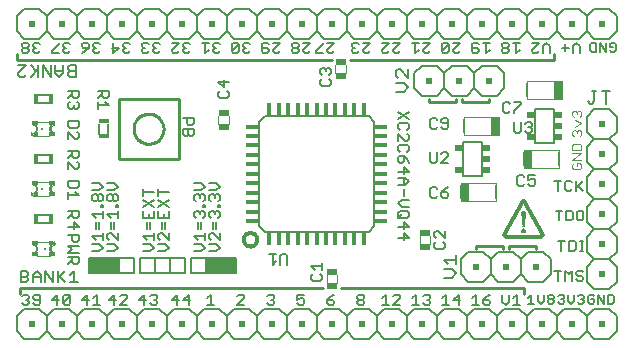
<source format=gto>
G75*
G70*
%OFA0B0*%
%FSLAX24Y24*%
%IPPOS*%
%LPD*%
%AMOC8*
5,1,8,0,0,1.08239X$1,22.5*
%
%ADD10C,0.0050*%
%ADD11C,0.0040*%
%ADD12C,0.0100*%
%ADD13C,0.0070*%
%ADD14C,0.0080*%
%ADD15R,0.1000X0.0500*%
%ADD16C,0.0120*%
%ADD17R,0.0157X0.0472*%
%ADD18R,0.0472X0.0157*%
%ADD19C,0.0079*%
%ADD20C,0.0060*%
%ADD21R,0.0200X0.0200*%
%ADD22R,0.0374X0.0197*%
%ADD23R,0.0374X0.0197*%
%ADD24R,0.0079X0.0472*%
%ADD25R,0.0256X0.0591*%
%ADD26C,0.0086*%
%ADD27R,0.0340X0.0160*%
%ADD28R,0.0197X0.0128*%
%ADD29R,0.0098X0.0059*%
%ADD30R,0.0069X0.0157*%
%ADD31R,0.0079X0.0079*%
%ADD32R,0.0118X0.0118*%
%ADD33R,0.0030X0.0128*%
%ADD34R,0.0160X0.0340*%
%ADD35R,0.0256X0.0197*%
D10*
X003418Y001786D02*
X003359Y001845D01*
X003418Y001786D02*
X003534Y001786D01*
X003593Y001845D01*
X003593Y001903D01*
X003534Y001961D01*
X003476Y001961D01*
X003534Y001961D02*
X003593Y002020D01*
X003593Y002078D01*
X003534Y002137D01*
X003418Y002137D01*
X003359Y002078D01*
X003728Y002078D02*
X003786Y002137D01*
X003903Y002137D01*
X003961Y002078D01*
X003961Y001845D01*
X003903Y001786D01*
X003786Y001786D01*
X003728Y001845D01*
X003786Y001961D02*
X003961Y001961D01*
X003786Y001961D02*
X003728Y002020D01*
X003728Y002078D01*
X004359Y001961D02*
X004593Y001961D01*
X004728Y001845D02*
X004728Y002078D01*
X004786Y002137D01*
X004903Y002137D01*
X004961Y002078D01*
X004728Y001845D01*
X004786Y001786D01*
X004903Y001786D01*
X004961Y001845D01*
X004961Y002078D01*
X004534Y002137D02*
X004359Y001961D01*
X004534Y001786D02*
X004534Y002137D01*
X005359Y001961D02*
X005593Y001961D01*
X005728Y002020D02*
X005844Y002137D01*
X005844Y001786D01*
X005728Y001786D02*
X005961Y001786D01*
X006434Y001786D02*
X006434Y002137D01*
X006259Y001961D01*
X006493Y001961D01*
X006628Y002078D02*
X006686Y002137D01*
X006803Y002137D01*
X006861Y002078D01*
X006861Y002020D01*
X006628Y001786D01*
X006861Y001786D01*
X007259Y001961D02*
X007493Y001961D01*
X007628Y001845D02*
X007686Y001786D01*
X007803Y001786D01*
X007861Y001845D01*
X007861Y001903D01*
X007803Y001961D01*
X007744Y001961D01*
X007803Y001961D02*
X007861Y002020D01*
X007861Y002078D01*
X007803Y002137D01*
X007686Y002137D01*
X007628Y002078D01*
X007434Y002137D02*
X007259Y001961D01*
X007434Y001786D02*
X007434Y002137D01*
X008359Y001961D02*
X008593Y001961D01*
X008728Y001961D02*
X008961Y001961D01*
X008903Y001786D02*
X008903Y002137D01*
X008728Y001961D01*
X008534Y001786D02*
X008534Y002137D01*
X008359Y001961D01*
X009528Y002020D02*
X009644Y002137D01*
X009644Y001786D01*
X009528Y001786D02*
X009761Y001786D01*
X010528Y001786D02*
X010761Y002020D01*
X010761Y002078D01*
X010703Y002137D01*
X010586Y002137D01*
X010528Y002078D01*
X010528Y001786D02*
X010761Y001786D01*
X011528Y001845D02*
X011586Y001786D01*
X011703Y001786D01*
X011761Y001845D01*
X011761Y001903D01*
X011703Y001961D01*
X011644Y001961D01*
X011703Y001961D02*
X011761Y002020D01*
X011761Y002078D01*
X011703Y002137D01*
X011586Y002137D01*
X011528Y002078D01*
X012528Y002137D02*
X012528Y001961D01*
X012644Y002020D01*
X012703Y002020D01*
X012761Y001961D01*
X012761Y001845D01*
X012703Y001786D01*
X012586Y001786D01*
X012528Y001845D01*
X012528Y002137D02*
X012761Y002137D01*
X013054Y002586D02*
X013288Y002586D01*
X013346Y002645D01*
X013346Y002761D01*
X013288Y002820D01*
X013346Y002955D02*
X013346Y003188D01*
X013346Y003071D02*
X012996Y003071D01*
X013112Y002955D01*
X013054Y002820D02*
X012996Y002761D01*
X012996Y002645D01*
X013054Y002586D01*
X013644Y002078D02*
X013761Y002137D01*
X013644Y002078D02*
X013528Y001961D01*
X013703Y001961D01*
X013761Y001903D01*
X013761Y001845D01*
X013703Y001786D01*
X013586Y001786D01*
X013528Y001845D01*
X013528Y001961D01*
X014528Y001903D02*
X014586Y001961D01*
X014703Y001961D01*
X014761Y001903D01*
X014761Y001845D01*
X014703Y001786D01*
X014586Y001786D01*
X014528Y001845D01*
X014528Y001903D01*
X014586Y001961D02*
X014528Y002020D01*
X014528Y002078D01*
X014586Y002137D01*
X014703Y002137D01*
X014761Y002078D01*
X014761Y002020D01*
X014703Y001961D01*
X015359Y002020D02*
X015476Y002137D01*
X015476Y001786D01*
X015359Y001786D02*
X015593Y001786D01*
X015728Y001786D02*
X015961Y002020D01*
X015961Y002078D01*
X015903Y002137D01*
X015786Y002137D01*
X015728Y002078D01*
X015728Y001786D02*
X015961Y001786D01*
X016359Y001786D02*
X016593Y001786D01*
X016476Y001786D02*
X016476Y002137D01*
X016359Y002020D01*
X016728Y002078D02*
X016786Y002137D01*
X016903Y002137D01*
X016961Y002078D01*
X016961Y002020D01*
X016903Y001961D01*
X016961Y001903D01*
X016961Y001845D01*
X016903Y001786D01*
X016786Y001786D01*
X016728Y001845D01*
X016844Y001961D02*
X016903Y001961D01*
X017359Y002020D02*
X017476Y002137D01*
X017476Y001786D01*
X017359Y001786D02*
X017593Y001786D01*
X017728Y001961D02*
X017961Y001961D01*
X017903Y001786D02*
X017903Y002137D01*
X017728Y001961D01*
X018359Y002020D02*
X018476Y002137D01*
X018476Y001786D01*
X018359Y001786D02*
X018593Y001786D01*
X018728Y001845D02*
X018786Y001786D01*
X018903Y001786D01*
X018961Y001845D01*
X018961Y001903D01*
X018903Y001961D01*
X018728Y001961D01*
X018728Y001845D01*
X018728Y001961D02*
X018844Y002078D01*
X018961Y002137D01*
X019359Y002137D02*
X019359Y001903D01*
X019476Y001786D01*
X019593Y001903D01*
X019593Y002137D01*
X019728Y002020D02*
X019844Y002137D01*
X019844Y001786D01*
X019728Y001786D02*
X019961Y001786D01*
X020229Y001836D02*
X020429Y001836D01*
X020329Y001836D02*
X020329Y002136D01*
X020229Y002036D01*
X020551Y001936D02*
X020651Y001836D01*
X020751Y001936D01*
X020751Y002136D01*
X020874Y002086D02*
X020924Y002136D01*
X021024Y002136D01*
X021074Y002086D01*
X021074Y002036D01*
X021024Y001986D01*
X020924Y001986D01*
X020874Y002036D01*
X020874Y002086D01*
X020924Y001986D02*
X020874Y001936D01*
X020874Y001886D01*
X020924Y001836D01*
X021024Y001836D01*
X021074Y001886D01*
X021074Y001936D01*
X021024Y001986D01*
X021229Y001886D02*
X021279Y001836D01*
X021379Y001836D01*
X021429Y001886D01*
X021429Y001936D01*
X021379Y001986D01*
X021329Y001986D01*
X021379Y001986D02*
X021429Y002036D01*
X021429Y002086D01*
X021379Y002136D01*
X021279Y002136D01*
X021229Y002086D01*
X021551Y002136D02*
X021551Y001936D01*
X021651Y001836D01*
X021751Y001936D01*
X021751Y002136D01*
X021874Y002086D02*
X021924Y002136D01*
X022024Y002136D01*
X022074Y002086D01*
X022074Y002036D01*
X022024Y001986D01*
X022074Y001936D01*
X022074Y001886D01*
X022024Y001836D01*
X021924Y001836D01*
X021874Y001886D01*
X021974Y001986D02*
X022024Y001986D01*
X022229Y001886D02*
X022279Y001836D01*
X022379Y001836D01*
X022429Y001886D01*
X022429Y001986D01*
X022329Y001986D01*
X022229Y002086D02*
X022229Y001886D01*
X022229Y002086D02*
X022279Y002136D01*
X022379Y002136D01*
X022429Y002086D01*
X022551Y002136D02*
X022551Y001836D01*
X022751Y001836D02*
X022751Y002136D01*
X022874Y002136D02*
X023024Y002136D01*
X023074Y002086D01*
X023074Y001886D01*
X023024Y001836D01*
X022874Y001836D01*
X022874Y002136D01*
X022551Y002136D02*
X022751Y001836D01*
X022003Y002586D02*
X021886Y002586D01*
X021828Y002645D01*
X021886Y002761D02*
X022003Y002761D01*
X022061Y002703D01*
X022061Y002645D01*
X022003Y002586D01*
X021886Y002761D02*
X021828Y002820D01*
X021828Y002878D01*
X021886Y002937D01*
X022003Y002937D01*
X022061Y002878D01*
X021693Y002937D02*
X021693Y002586D01*
X021459Y002586D02*
X021459Y002937D01*
X021576Y002820D01*
X021693Y002937D01*
X021324Y002937D02*
X021091Y002937D01*
X021208Y002937D02*
X021208Y002586D01*
X020551Y002136D02*
X020551Y001936D01*
X021330Y003586D02*
X021330Y003937D01*
X021214Y003937D02*
X021447Y003937D01*
X021582Y003937D02*
X021757Y003937D01*
X021816Y003878D01*
X021816Y003645D01*
X021757Y003586D01*
X021582Y003586D01*
X021582Y003937D01*
X021950Y003937D02*
X022067Y003937D01*
X022009Y003937D02*
X022009Y003586D01*
X022067Y003586D02*
X021950Y003586D01*
X021901Y004606D02*
X022011Y004606D01*
X022066Y004661D01*
X022066Y004881D01*
X022011Y004937D01*
X021901Y004937D01*
X021846Y004881D01*
X021846Y004661D01*
X021901Y004606D01*
X021716Y004661D02*
X021716Y004881D01*
X021661Y004937D01*
X021496Y004937D01*
X021496Y004606D01*
X021661Y004606D01*
X021716Y004661D01*
X021366Y004937D02*
X021146Y004937D01*
X021256Y004937D02*
X021256Y004606D01*
X020106Y004724D02*
X020036Y004724D01*
X020041Y004676D02*
X020101Y004676D01*
X020095Y004627D02*
X020047Y004627D01*
X020052Y004579D02*
X020090Y004579D01*
X020084Y004530D02*
X020057Y004530D01*
X020063Y004482D02*
X020079Y004482D01*
X020074Y004433D02*
X020068Y004433D01*
X020071Y004409D02*
X020120Y004852D01*
X020022Y004852D01*
X020071Y004409D01*
X020022Y004261D02*
X020024Y004274D01*
X020029Y004286D01*
X020038Y004297D01*
X020048Y004305D01*
X020061Y004309D01*
X020074Y004310D01*
X020087Y004307D01*
X020099Y004301D01*
X020109Y004292D01*
X020116Y004281D01*
X020120Y004268D01*
X020120Y004254D01*
X020116Y004241D01*
X020109Y004230D01*
X020099Y004221D01*
X020087Y004215D01*
X020074Y004212D01*
X020061Y004213D01*
X020048Y004217D01*
X020038Y004225D01*
X020029Y004236D01*
X020024Y004248D01*
X020022Y004261D01*
X020030Y004773D02*
X020111Y004773D01*
X020117Y004821D02*
X020025Y004821D01*
X020022Y004852D02*
X020024Y004865D01*
X020029Y004876D01*
X020036Y004887D01*
X020047Y004894D01*
X020058Y004899D01*
X020071Y004901D01*
X020084Y004899D01*
X020096Y004894D01*
X020106Y004887D01*
X020113Y004876D01*
X020118Y004865D01*
X020120Y004852D01*
X021208Y005586D02*
X021208Y005937D01*
X021324Y005937D02*
X021091Y005937D01*
X021459Y005878D02*
X021459Y005645D01*
X021518Y005586D01*
X021634Y005586D01*
X021693Y005645D01*
X021828Y005703D02*
X022061Y005937D01*
X021828Y005937D02*
X021828Y005586D01*
X021886Y005761D02*
X022061Y005586D01*
X021693Y005878D02*
X021634Y005937D01*
X021518Y005937D01*
X021459Y005878D01*
X020468Y005828D02*
X020409Y005770D01*
X020293Y005770D01*
X020234Y005828D01*
X020234Y005945D02*
X020351Y006004D01*
X020409Y006004D01*
X020468Y005945D01*
X020468Y005828D01*
X020234Y005945D02*
X020234Y006120D01*
X020468Y006120D01*
X020099Y006062D02*
X020041Y006120D01*
X019924Y006120D01*
X019866Y006062D01*
X019866Y005828D01*
X019924Y005770D01*
X020041Y005770D01*
X020099Y005828D01*
X017568Y005720D02*
X017451Y005662D01*
X017334Y005545D01*
X017509Y005545D01*
X017568Y005487D01*
X017568Y005428D01*
X017509Y005370D01*
X017393Y005370D01*
X017334Y005428D01*
X017334Y005545D01*
X017199Y005428D02*
X017141Y005370D01*
X017024Y005370D01*
X016966Y005428D01*
X016966Y005662D01*
X017024Y005720D01*
X017141Y005720D01*
X017199Y005662D01*
X016246Y005910D02*
X016129Y005793D01*
X015896Y005793D01*
X016071Y005793D02*
X016071Y006026D01*
X016129Y006026D02*
X016246Y005910D01*
X016129Y006026D02*
X015896Y006026D01*
X015896Y006220D02*
X016246Y006220D01*
X016071Y006395D01*
X016071Y006161D01*
X016013Y006530D02*
X015954Y006530D01*
X015896Y006588D01*
X015896Y006705D01*
X015954Y006763D01*
X016071Y006763D01*
X016071Y006588D01*
X016013Y006530D01*
X016188Y006646D02*
X016071Y006763D01*
X016188Y006646D02*
X016246Y006530D01*
X016188Y006898D02*
X016246Y006956D01*
X016246Y007073D01*
X016188Y007131D01*
X015954Y007131D01*
X015896Y007073D01*
X015896Y006956D01*
X015954Y006898D01*
X015896Y007266D02*
X015896Y007500D01*
X016129Y007266D01*
X016188Y007266D01*
X016246Y007325D01*
X016246Y007441D01*
X016188Y007500D01*
X016188Y007634D02*
X016246Y007693D01*
X016246Y007810D01*
X016188Y007868D01*
X015954Y007868D01*
X015896Y007810D01*
X015896Y007693D01*
X015954Y007634D01*
X015896Y008003D02*
X016246Y008236D01*
X016246Y008003D02*
X015896Y008236D01*
X016966Y007962D02*
X016966Y007728D01*
X017024Y007670D01*
X017141Y007670D01*
X017199Y007728D01*
X017334Y007728D02*
X017393Y007670D01*
X017509Y007670D01*
X017568Y007728D01*
X017568Y007962D01*
X017509Y008020D01*
X017393Y008020D01*
X017334Y007962D01*
X017334Y007904D01*
X017393Y007845D01*
X017568Y007845D01*
X017199Y007962D02*
X017141Y008020D01*
X017024Y008020D01*
X016966Y007962D01*
X016946Y006887D02*
X016946Y006595D01*
X017004Y006536D01*
X017121Y006536D01*
X017179Y006595D01*
X017179Y006887D01*
X017314Y006828D02*
X017373Y006887D01*
X017489Y006887D01*
X017548Y006828D01*
X017548Y006770D01*
X017314Y006536D01*
X017548Y006536D01*
X016071Y005658D02*
X016071Y005425D01*
X016013Y005290D02*
X015896Y005173D01*
X016013Y005056D01*
X016246Y005056D01*
X016188Y004921D02*
X016246Y004863D01*
X016246Y004746D01*
X016188Y004688D01*
X015954Y004688D01*
X015896Y004746D01*
X015896Y004863D01*
X015954Y004921D01*
X016188Y004921D01*
X016013Y004805D02*
X015896Y004688D01*
X016071Y004553D02*
X016071Y004320D01*
X016071Y004185D02*
X016071Y003951D01*
X015896Y004010D02*
X016246Y004010D01*
X016071Y004185D01*
X015896Y004378D02*
X016246Y004378D01*
X016071Y004553D01*
X017096Y004193D02*
X017096Y004076D01*
X017154Y004018D01*
X017154Y003883D02*
X017096Y003825D01*
X017096Y003708D01*
X017154Y003650D01*
X017388Y003650D01*
X017446Y003708D01*
X017446Y003825D01*
X017388Y003883D01*
X017446Y004018D02*
X017212Y004251D01*
X017154Y004251D01*
X017096Y004193D01*
X017446Y004251D02*
X017446Y004018D01*
X016246Y005290D02*
X016013Y005290D01*
X012196Y003418D02*
X012196Y003126D01*
X011962Y003126D02*
X011962Y003418D01*
X012021Y003476D01*
X012138Y003476D01*
X012196Y003418D01*
X011828Y003476D02*
X011594Y003476D01*
X011711Y003476D02*
X011711Y003126D01*
X011828Y003243D01*
X009946Y003703D02*
X009829Y003586D01*
X009596Y003586D01*
X009446Y003703D02*
X009329Y003820D01*
X009096Y003820D01*
X009212Y003955D02*
X009096Y004071D01*
X009446Y004071D01*
X009446Y003955D02*
X009446Y004188D01*
X009596Y004130D02*
X009596Y004013D01*
X009654Y003955D01*
X009596Y003820D02*
X009829Y003820D01*
X009946Y003703D01*
X009946Y003955D02*
X009712Y004188D01*
X009654Y004188D01*
X009596Y004130D01*
X009712Y004323D02*
X009712Y004556D01*
X009829Y004556D02*
X009829Y004323D01*
X009946Y004188D02*
X009946Y003955D01*
X009446Y003703D02*
X009329Y003586D01*
X009096Y003586D01*
X008246Y003703D02*
X008129Y003586D01*
X007896Y003586D01*
X007746Y003703D02*
X007629Y003820D01*
X007396Y003820D01*
X007512Y003955D02*
X007396Y004071D01*
X007746Y004071D01*
X007746Y003955D02*
X007746Y004188D01*
X007896Y004130D02*
X007896Y004013D01*
X007954Y003955D01*
X007896Y003820D02*
X008129Y003820D01*
X008246Y003703D01*
X008246Y003955D02*
X008012Y004188D01*
X007954Y004188D01*
X007896Y004130D01*
X008012Y004323D02*
X008012Y004556D01*
X008129Y004556D02*
X008129Y004323D01*
X008246Y004188D02*
X008246Y003955D01*
X007746Y003703D02*
X007629Y003586D01*
X007396Y003586D01*
X006546Y003703D02*
X006429Y003820D01*
X006196Y003820D01*
X006254Y003955D02*
X006196Y004013D01*
X006196Y004130D01*
X006254Y004188D01*
X006312Y004188D01*
X006546Y003955D01*
X006546Y004188D01*
X006429Y004323D02*
X006429Y004556D01*
X006312Y004556D02*
X006312Y004323D01*
X006046Y004188D02*
X006046Y003955D01*
X006046Y004071D02*
X005696Y004071D01*
X005812Y003955D01*
X005696Y003820D02*
X005929Y003820D01*
X006046Y003703D01*
X005929Y003586D01*
X005696Y003586D01*
X005246Y003534D02*
X004896Y003534D01*
X005013Y003651D01*
X004896Y003768D01*
X005246Y003768D01*
X005188Y003903D02*
X005071Y003903D01*
X005013Y003961D01*
X005013Y004136D01*
X004896Y004136D02*
X005246Y004136D01*
X005246Y003961D01*
X005188Y003903D01*
X005071Y004334D02*
X005071Y004568D01*
X005246Y004393D01*
X004896Y004393D01*
X004896Y004703D02*
X005013Y004820D01*
X005013Y004761D02*
X005013Y004936D01*
X004896Y004936D02*
X005246Y004936D01*
X005246Y004761D01*
X005188Y004703D01*
X005071Y004703D01*
X005013Y004761D01*
X005696Y004808D02*
X006046Y004808D01*
X006046Y004691D02*
X006046Y004925D01*
X006046Y005059D02*
X006046Y005118D01*
X005988Y005118D01*
X005988Y005059D01*
X006046Y005059D01*
X005988Y005244D02*
X005929Y005244D01*
X005871Y005302D01*
X005871Y005419D01*
X005929Y005477D01*
X005988Y005477D01*
X006046Y005419D01*
X006046Y005302D01*
X005988Y005244D01*
X005871Y005302D02*
X005812Y005244D01*
X005754Y005244D01*
X005696Y005302D01*
X005696Y005419D01*
X005754Y005477D01*
X005812Y005477D01*
X005871Y005419D01*
X006196Y005419D02*
X006196Y005302D01*
X006254Y005244D01*
X006312Y005244D01*
X006371Y005302D01*
X006371Y005419D01*
X006429Y005477D01*
X006488Y005477D01*
X006546Y005419D01*
X006546Y005302D01*
X006488Y005244D01*
X006429Y005244D01*
X006371Y005302D01*
X006371Y005419D02*
X006312Y005477D01*
X006254Y005477D01*
X006196Y005419D01*
X006196Y005612D02*
X006429Y005612D01*
X006546Y005729D01*
X006429Y005845D01*
X006196Y005845D01*
X006046Y005729D02*
X005929Y005612D01*
X005696Y005612D01*
X005696Y005845D02*
X005929Y005845D01*
X006046Y005729D01*
X005246Y005761D02*
X005246Y005936D01*
X004896Y005936D01*
X004896Y005761D01*
X004954Y005703D01*
X005188Y005703D01*
X005246Y005761D01*
X005129Y005568D02*
X005246Y005451D01*
X004896Y005451D01*
X004896Y005568D02*
X004896Y005334D01*
X005696Y004808D02*
X005812Y004691D01*
X005812Y004556D02*
X005812Y004323D01*
X005929Y004323D02*
X005929Y004556D01*
X006196Y004808D02*
X006546Y004808D01*
X006546Y004691D02*
X006546Y004925D01*
X006546Y005059D02*
X006546Y005118D01*
X006488Y005118D01*
X006488Y005059D01*
X006546Y005059D01*
X006196Y004808D02*
X006312Y004691D01*
X007396Y004691D02*
X007746Y004691D01*
X007746Y004925D01*
X007746Y005059D02*
X007396Y005293D01*
X007396Y005428D02*
X007396Y005661D01*
X007396Y005545D02*
X007746Y005545D01*
X007896Y005545D02*
X008246Y005545D01*
X007896Y005661D02*
X007896Y005428D01*
X007896Y005293D02*
X008246Y005059D01*
X008246Y004925D02*
X008246Y004691D01*
X007896Y004691D01*
X007896Y004925D01*
X007896Y005059D02*
X008246Y005293D01*
X007746Y005293D02*
X007396Y005059D01*
X007396Y004925D02*
X007396Y004691D01*
X007571Y004691D02*
X007571Y004808D01*
X007629Y004556D02*
X007629Y004323D01*
X007512Y004323D02*
X007512Y004556D01*
X008071Y004691D02*
X008071Y004808D01*
X009096Y004750D02*
X009096Y004866D01*
X009154Y004925D01*
X009212Y004925D01*
X009271Y004866D01*
X009329Y004925D01*
X009388Y004925D01*
X009446Y004866D01*
X009446Y004750D01*
X009388Y004691D01*
X009329Y004556D02*
X009329Y004323D01*
X009212Y004323D02*
X009212Y004556D01*
X009154Y004691D02*
X009096Y004750D01*
X009271Y004808D02*
X009271Y004866D01*
X009388Y005059D02*
X009388Y005118D01*
X009446Y005118D01*
X009446Y005059D01*
X009388Y005059D01*
X009388Y005244D02*
X009446Y005302D01*
X009446Y005419D01*
X009388Y005477D01*
X009329Y005477D01*
X009271Y005419D01*
X009271Y005360D01*
X009271Y005419D02*
X009212Y005477D01*
X009154Y005477D01*
X009096Y005419D01*
X009096Y005302D01*
X009154Y005244D01*
X009596Y005302D02*
X009596Y005419D01*
X009654Y005477D01*
X009712Y005477D01*
X009771Y005419D01*
X009829Y005477D01*
X009888Y005477D01*
X009946Y005419D01*
X009946Y005302D01*
X009888Y005244D01*
X009888Y005118D02*
X009946Y005118D01*
X009946Y005059D01*
X009888Y005059D01*
X009888Y005118D01*
X009888Y004925D02*
X009946Y004866D01*
X009946Y004750D01*
X009888Y004691D01*
X009771Y004808D02*
X009771Y004866D01*
X009829Y004925D01*
X009888Y004925D01*
X009771Y004866D02*
X009712Y004925D01*
X009654Y004925D01*
X009596Y004866D01*
X009596Y004750D01*
X009654Y004691D01*
X009654Y005244D02*
X009596Y005302D01*
X009771Y005360D02*
X009771Y005419D01*
X009829Y005612D02*
X009596Y005612D01*
X009446Y005729D02*
X009329Y005845D01*
X009096Y005845D01*
X009096Y005612D02*
X009329Y005612D01*
X009446Y005729D01*
X009596Y005845D02*
X009829Y005845D01*
X009946Y005729D01*
X009829Y005612D01*
X009013Y007434D02*
X008954Y007434D01*
X008896Y007493D01*
X008896Y007668D01*
X008896Y007803D02*
X008838Y007861D01*
X008838Y008036D01*
X008721Y008036D02*
X009071Y008036D01*
X009071Y007861D01*
X009013Y007803D01*
X008896Y007803D01*
X008721Y007668D02*
X008721Y007493D01*
X008779Y007434D01*
X008838Y007434D01*
X008896Y007493D01*
X009013Y007434D02*
X009071Y007493D01*
X009071Y007668D01*
X008721Y007668D01*
X009896Y008745D02*
X009954Y008686D01*
X010188Y008686D01*
X010246Y008745D01*
X010246Y008861D01*
X010188Y008920D01*
X010071Y009055D02*
X010071Y009288D01*
X010246Y009230D02*
X009896Y009230D01*
X010071Y009055D01*
X009954Y008920D02*
X009896Y008861D01*
X009896Y008745D01*
X009888Y010186D02*
X009771Y010186D01*
X009712Y010244D01*
X009712Y010303D01*
X009771Y010361D01*
X009712Y010420D01*
X009712Y010478D01*
X009771Y010536D01*
X009888Y010536D01*
X009946Y010478D01*
X009829Y010361D02*
X009771Y010361D01*
X009578Y010303D02*
X009461Y010186D01*
X009461Y010536D01*
X009578Y010536D02*
X009344Y010536D01*
X008946Y010478D02*
X008888Y010536D01*
X008771Y010536D01*
X008712Y010478D01*
X008712Y010420D01*
X008771Y010361D01*
X008829Y010361D01*
X008771Y010361D02*
X008712Y010303D01*
X008712Y010244D01*
X008771Y010186D01*
X008888Y010186D01*
X008946Y010244D01*
X008578Y010244D02*
X008519Y010186D01*
X008402Y010186D01*
X008344Y010244D01*
X008344Y010303D01*
X008578Y010536D01*
X008344Y010536D01*
X007946Y010478D02*
X007888Y010536D01*
X007771Y010536D01*
X007712Y010478D01*
X007712Y010420D01*
X007771Y010361D01*
X007829Y010361D01*
X007771Y010361D02*
X007712Y010303D01*
X007712Y010244D01*
X007771Y010186D01*
X007888Y010186D01*
X007946Y010244D01*
X007578Y010244D02*
X007519Y010186D01*
X007402Y010186D01*
X007344Y010244D01*
X007344Y010303D01*
X007402Y010361D01*
X007344Y010420D01*
X007344Y010478D01*
X007402Y010536D01*
X007519Y010536D01*
X007578Y010478D01*
X007461Y010361D02*
X007402Y010361D01*
X006946Y010244D02*
X006888Y010186D01*
X006771Y010186D01*
X006712Y010244D01*
X006712Y010303D01*
X006771Y010361D01*
X006712Y010420D01*
X006712Y010478D01*
X006771Y010536D01*
X006888Y010536D01*
X006946Y010478D01*
X006829Y010361D02*
X006771Y010361D01*
X006578Y010361D02*
X006344Y010361D01*
X006402Y010536D02*
X006402Y010186D01*
X006578Y010361D01*
X005946Y010244D02*
X005888Y010186D01*
X005771Y010186D01*
X005712Y010244D01*
X005712Y010303D01*
X005771Y010361D01*
X005712Y010420D01*
X005712Y010478D01*
X005771Y010536D01*
X005888Y010536D01*
X005946Y010478D01*
X005829Y010361D02*
X005771Y010361D01*
X005578Y010361D02*
X005402Y010361D01*
X005344Y010420D01*
X005344Y010478D01*
X005402Y010536D01*
X005519Y010536D01*
X005578Y010478D01*
X005578Y010361D01*
X005461Y010244D01*
X005344Y010186D01*
X004946Y010244D02*
X004888Y010186D01*
X004771Y010186D01*
X004712Y010244D01*
X004712Y010303D01*
X004771Y010361D01*
X004712Y010420D01*
X004712Y010478D01*
X004771Y010536D01*
X004888Y010536D01*
X004946Y010478D01*
X004829Y010361D02*
X004771Y010361D01*
X004578Y010478D02*
X004578Y010536D01*
X004578Y010478D02*
X004344Y010244D01*
X004344Y010186D01*
X004578Y010186D01*
X003946Y010244D02*
X003888Y010186D01*
X003771Y010186D01*
X003712Y010244D01*
X003712Y010303D01*
X003771Y010361D01*
X003712Y010420D01*
X003712Y010478D01*
X003771Y010536D01*
X003888Y010536D01*
X003946Y010478D01*
X003829Y010361D02*
X003771Y010361D01*
X003578Y010303D02*
X003578Y010244D01*
X003519Y010186D01*
X003402Y010186D01*
X003344Y010244D01*
X003344Y010303D01*
X003402Y010361D01*
X003519Y010361D01*
X003578Y010303D01*
X003519Y010361D02*
X003578Y010420D01*
X003578Y010478D01*
X003519Y010536D01*
X003402Y010536D01*
X003344Y010478D01*
X003344Y010420D01*
X003402Y010361D01*
X004896Y008936D02*
X005246Y008936D01*
X005246Y008761D01*
X005188Y008703D01*
X005071Y008703D01*
X005013Y008761D01*
X005013Y008936D01*
X005013Y008820D02*
X004896Y008703D01*
X004954Y008568D02*
X004896Y008510D01*
X004896Y008393D01*
X004954Y008334D01*
X005013Y008334D01*
X005071Y008393D01*
X005071Y008451D01*
X005071Y008393D02*
X005129Y008334D01*
X005188Y008334D01*
X005246Y008393D01*
X005246Y008510D01*
X005188Y008568D01*
X005896Y008568D02*
X005896Y008334D01*
X005896Y008451D02*
X006246Y008451D01*
X006129Y008568D01*
X006071Y008703D02*
X006013Y008761D01*
X006013Y008936D01*
X006013Y008820D02*
X005896Y008703D01*
X006071Y008703D02*
X006188Y008703D01*
X006246Y008761D01*
X006246Y008936D01*
X005896Y008936D01*
X005246Y007936D02*
X004896Y007936D01*
X004896Y007761D01*
X004954Y007703D01*
X005188Y007703D01*
X005246Y007761D01*
X005246Y007936D01*
X005188Y007568D02*
X005246Y007510D01*
X005246Y007393D01*
X005188Y007334D01*
X005129Y007334D01*
X004896Y007568D01*
X004896Y007334D01*
X004896Y006936D02*
X005246Y006936D01*
X005246Y006761D01*
X005188Y006703D01*
X005071Y006703D01*
X005013Y006761D01*
X005013Y006936D01*
X005013Y006820D02*
X004896Y006703D01*
X004896Y006568D02*
X005129Y006334D01*
X005188Y006334D01*
X005246Y006393D01*
X005246Y006510D01*
X005188Y006568D01*
X004896Y006568D02*
X004896Y006334D01*
X006546Y003703D02*
X006429Y003586D01*
X006196Y003586D01*
X005246Y003400D02*
X005246Y003225D01*
X005188Y003166D01*
X005071Y003166D01*
X005013Y003225D01*
X005013Y003400D01*
X005013Y003283D02*
X004896Y003166D01*
X004896Y003400D02*
X005246Y003400D01*
X005534Y002137D02*
X005359Y001961D01*
X005534Y001786D02*
X005534Y002137D01*
X013296Y009145D02*
X013354Y009086D01*
X013588Y009086D01*
X013646Y009145D01*
X013646Y009261D01*
X013588Y009320D01*
X013588Y009455D02*
X013646Y009513D01*
X013646Y009630D01*
X013588Y009688D01*
X013529Y009688D01*
X013471Y009630D01*
X013471Y009571D01*
X013471Y009630D02*
X013412Y009688D01*
X013354Y009688D01*
X013296Y009630D01*
X013296Y009513D01*
X013354Y009455D01*
X013354Y009320D02*
X013296Y009261D01*
X013296Y009145D01*
X013378Y010186D02*
X013144Y010186D01*
X013144Y010244D01*
X013378Y010478D01*
X013378Y010536D01*
X013512Y010536D02*
X013746Y010536D01*
X013512Y010303D01*
X013512Y010244D01*
X013571Y010186D01*
X013688Y010186D01*
X013746Y010244D01*
X014344Y010244D02*
X014402Y010186D01*
X014519Y010186D01*
X014578Y010244D01*
X014712Y010244D02*
X014771Y010186D01*
X014888Y010186D01*
X014946Y010244D01*
X014712Y010244D02*
X014712Y010303D01*
X014946Y010536D01*
X014712Y010536D01*
X014578Y010478D02*
X014519Y010536D01*
X014402Y010536D01*
X014344Y010478D01*
X014344Y010420D01*
X014402Y010361D01*
X014461Y010361D01*
X014402Y010361D02*
X014344Y010303D01*
X014344Y010244D01*
X015344Y010244D02*
X015402Y010186D01*
X015519Y010186D01*
X015578Y010244D01*
X015712Y010244D02*
X015771Y010186D01*
X015888Y010186D01*
X015946Y010244D01*
X015712Y010244D02*
X015712Y010303D01*
X015946Y010536D01*
X015712Y010536D01*
X015578Y010536D02*
X015344Y010303D01*
X015344Y010244D01*
X015344Y010536D02*
X015578Y010536D01*
X016344Y010536D02*
X016578Y010536D01*
X016461Y010536D02*
X016461Y010186D01*
X016578Y010303D01*
X016712Y010303D02*
X016712Y010244D01*
X016771Y010186D01*
X016888Y010186D01*
X016946Y010244D01*
X016712Y010303D02*
X016946Y010536D01*
X016712Y010536D01*
X017344Y010478D02*
X017344Y010244D01*
X017578Y010478D01*
X017519Y010536D01*
X017402Y010536D01*
X017344Y010478D01*
X017578Y010478D02*
X017578Y010244D01*
X017519Y010186D01*
X017402Y010186D01*
X017344Y010244D01*
X017712Y010244D02*
X017771Y010186D01*
X017888Y010186D01*
X017946Y010244D01*
X017712Y010244D02*
X017712Y010303D01*
X017946Y010536D01*
X017712Y010536D01*
X018344Y010478D02*
X018344Y010244D01*
X018402Y010186D01*
X018519Y010186D01*
X018578Y010244D01*
X018578Y010303D01*
X018519Y010361D01*
X018344Y010361D01*
X018344Y010478D02*
X018402Y010536D01*
X018519Y010536D01*
X018578Y010478D01*
X018712Y010536D02*
X018946Y010536D01*
X018829Y010536D02*
X018829Y010186D01*
X018946Y010303D01*
X019344Y010303D02*
X019402Y010361D01*
X019519Y010361D01*
X019578Y010303D01*
X019578Y010244D01*
X019519Y010186D01*
X019402Y010186D01*
X019344Y010244D01*
X019344Y010303D01*
X019402Y010361D02*
X019344Y010420D01*
X019344Y010478D01*
X019402Y010536D01*
X019519Y010536D01*
X019578Y010478D01*
X019578Y010420D01*
X019519Y010361D01*
X019712Y010536D02*
X019946Y010536D01*
X019829Y010536D02*
X019829Y010186D01*
X019946Y010303D01*
X020344Y010303D02*
X020344Y010244D01*
X020402Y010186D01*
X020519Y010186D01*
X020578Y010244D01*
X020712Y010186D02*
X020712Y010420D01*
X020829Y010536D01*
X020946Y010420D01*
X020946Y010186D01*
X021344Y010361D02*
X021578Y010361D01*
X021712Y010420D02*
X021829Y010536D01*
X021946Y010420D01*
X021946Y010186D01*
X021712Y010186D02*
X021712Y010420D01*
X021461Y010478D02*
X021461Y010244D01*
X022301Y010286D02*
X022351Y010236D01*
X022501Y010236D01*
X022501Y010536D01*
X022351Y010536D01*
X022301Y010486D01*
X022301Y010286D01*
X022623Y010236D02*
X022623Y010536D01*
X022824Y010236D01*
X022824Y010536D01*
X022946Y010486D02*
X022946Y010386D01*
X023046Y010386D01*
X023146Y010286D02*
X023096Y010236D01*
X022996Y010236D01*
X022946Y010286D01*
X023146Y010286D02*
X023146Y010486D01*
X023096Y010536D01*
X022996Y010536D01*
X022946Y010486D01*
X020578Y010536D02*
X020344Y010303D01*
X020344Y010536D02*
X020578Y010536D01*
X019991Y008553D02*
X019757Y008553D01*
X019623Y008494D02*
X019564Y008553D01*
X019448Y008553D01*
X019389Y008494D01*
X019389Y008261D01*
X019448Y008202D01*
X019564Y008202D01*
X019623Y008261D01*
X019757Y008261D02*
X019757Y008202D01*
X019757Y008261D02*
X019991Y008494D01*
X019991Y008553D01*
X019979Y007887D02*
X019979Y007595D01*
X019921Y007536D01*
X019804Y007536D01*
X019746Y007595D01*
X019746Y007887D01*
X020114Y007828D02*
X020173Y007887D01*
X020289Y007887D01*
X020348Y007828D01*
X020348Y007770D01*
X020289Y007711D01*
X020348Y007653D01*
X020348Y007595D01*
X020289Y007536D01*
X020173Y007536D01*
X020114Y007595D01*
X020231Y007711D02*
X020289Y007711D01*
X012946Y010244D02*
X012888Y010186D01*
X012771Y010186D01*
X012712Y010244D01*
X012712Y010303D01*
X012946Y010536D01*
X012712Y010536D01*
X012578Y010478D02*
X012578Y010420D01*
X012519Y010361D01*
X012402Y010361D01*
X012344Y010420D01*
X012344Y010478D01*
X012402Y010536D01*
X012519Y010536D01*
X012578Y010478D01*
X012519Y010361D02*
X012578Y010303D01*
X012578Y010244D01*
X012519Y010186D01*
X012402Y010186D01*
X012344Y010244D01*
X012344Y010303D01*
X012402Y010361D01*
X011946Y010244D02*
X011888Y010186D01*
X011771Y010186D01*
X011712Y010244D01*
X011712Y010303D01*
X011946Y010536D01*
X011712Y010536D01*
X011578Y010478D02*
X011519Y010536D01*
X011402Y010536D01*
X011344Y010478D01*
X011344Y010244D01*
X011402Y010186D01*
X011519Y010186D01*
X011578Y010244D01*
X011578Y010303D01*
X011519Y010361D01*
X011344Y010361D01*
X010946Y010244D02*
X010888Y010186D01*
X010771Y010186D01*
X010712Y010244D01*
X010712Y010303D01*
X010771Y010361D01*
X010712Y010420D01*
X010712Y010478D01*
X010771Y010536D01*
X010888Y010536D01*
X010946Y010478D01*
X010829Y010361D02*
X010771Y010361D01*
X010578Y010244D02*
X010519Y010186D01*
X010402Y010186D01*
X010344Y010244D01*
X010578Y010478D01*
X010519Y010536D01*
X010402Y010536D01*
X010344Y010478D01*
X010344Y010244D01*
X010578Y010244D02*
X010578Y010478D01*
X009946Y010244D02*
X009888Y010186D01*
D11*
X009901Y008101D02*
X009901Y007821D01*
X010236Y007821D02*
X010236Y008101D01*
X013801Y009521D02*
X013801Y009801D01*
X014136Y009801D02*
X014136Y009521D01*
X018100Y008057D02*
X018100Y007466D01*
X019242Y007466D01*
X019242Y008057D01*
X018100Y008057D01*
X020200Y008666D02*
X020200Y009257D01*
X021342Y009257D01*
X021342Y008666D01*
X020200Y008666D01*
X021691Y008214D02*
X021691Y008111D01*
X021742Y008059D01*
X021794Y007944D02*
X022001Y007840D01*
X021794Y007737D01*
X021794Y007621D02*
X021846Y007570D01*
X021897Y007621D01*
X021949Y007621D01*
X022001Y007570D01*
X022001Y007466D01*
X021949Y007414D01*
X021846Y007518D02*
X021846Y007570D01*
X021794Y007621D02*
X021742Y007621D01*
X021691Y007570D01*
X021691Y007466D01*
X021742Y007414D01*
X021742Y007166D02*
X021691Y007114D01*
X021691Y006959D01*
X022001Y006959D01*
X022001Y007114D01*
X021949Y007166D01*
X021742Y007166D01*
X021242Y006957D02*
X021242Y006366D01*
X020100Y006366D01*
X020100Y006957D01*
X021242Y006957D01*
X021691Y006844D02*
X022001Y006844D01*
X021691Y006637D01*
X022001Y006637D01*
X021949Y006521D02*
X021846Y006521D01*
X021846Y006418D01*
X021949Y006521D02*
X022001Y006470D01*
X022001Y006366D01*
X021949Y006314D01*
X021742Y006314D01*
X021691Y006366D01*
X021691Y006470D01*
X021742Y006521D01*
X021949Y008059D02*
X022001Y008111D01*
X022001Y008214D01*
X021949Y008266D01*
X021897Y008266D01*
X021846Y008214D01*
X021846Y008162D01*
X021846Y008214D02*
X021794Y008266D01*
X021742Y008266D01*
X021691Y008214D01*
X019142Y005857D02*
X018000Y005857D01*
X018000Y005266D01*
X019142Y005266D01*
X019142Y005857D01*
X016941Y004101D02*
X016941Y003821D01*
X016606Y003821D02*
X016606Y004101D01*
X013841Y002801D02*
X013841Y002521D01*
X013506Y002521D02*
X013506Y002801D01*
X004435Y003524D02*
X004413Y003529D01*
X004393Y003537D01*
X004375Y003548D01*
X004358Y003563D01*
X004344Y003579D01*
X004332Y003598D01*
X004324Y003618D01*
X004319Y003639D01*
X004317Y003661D01*
X004319Y003683D01*
X004324Y003704D01*
X004332Y003724D01*
X004344Y003743D01*
X004358Y003759D01*
X004375Y003774D01*
X004393Y003785D01*
X004413Y003793D01*
X004435Y003798D01*
X004365Y003838D02*
X004367Y003850D01*
X004372Y003861D01*
X004380Y003870D01*
X004391Y003876D01*
X004403Y003879D01*
X004415Y003878D01*
X004427Y003874D01*
X004436Y003866D01*
X004443Y003856D01*
X004447Y003844D01*
X004447Y003832D01*
X004443Y003820D01*
X004436Y003810D01*
X004426Y003802D01*
X004415Y003798D01*
X004403Y003797D01*
X004391Y003800D01*
X004380Y003806D01*
X004372Y003815D01*
X004367Y003826D01*
X004365Y003838D01*
X004435Y003888D02*
X003874Y003888D01*
X003706Y003798D02*
X003728Y003793D01*
X003748Y003785D01*
X003766Y003774D01*
X003783Y003759D01*
X003797Y003743D01*
X003809Y003724D01*
X003817Y003704D01*
X003822Y003683D01*
X003824Y003661D01*
X003822Y003639D01*
X003817Y003618D01*
X003809Y003598D01*
X003797Y003579D01*
X003783Y003563D01*
X003766Y003548D01*
X003748Y003537D01*
X003728Y003529D01*
X003706Y003524D01*
X003864Y003435D02*
X004278Y003435D01*
X004268Y005435D02*
X003707Y005435D01*
X003695Y005484D02*
X003697Y005496D01*
X003702Y005507D01*
X003710Y005516D01*
X003721Y005522D01*
X003733Y005525D01*
X003745Y005524D01*
X003757Y005520D01*
X003766Y005512D01*
X003773Y005502D01*
X003777Y005490D01*
X003777Y005478D01*
X003773Y005466D01*
X003766Y005456D01*
X003756Y005448D01*
X003745Y005444D01*
X003733Y005443D01*
X003721Y005446D01*
X003710Y005452D01*
X003702Y005461D01*
X003697Y005472D01*
X003695Y005484D01*
X003706Y005524D02*
X003728Y005529D01*
X003748Y005537D01*
X003766Y005548D01*
X003783Y005563D01*
X003797Y005579D01*
X003809Y005598D01*
X003817Y005618D01*
X003822Y005639D01*
X003824Y005661D01*
X003822Y005683D01*
X003817Y005704D01*
X003809Y005724D01*
X003797Y005743D01*
X003783Y005759D01*
X003766Y005774D01*
X003748Y005785D01*
X003728Y005793D01*
X003706Y005798D01*
X003864Y005888D02*
X004278Y005888D01*
X004435Y005798D02*
X004413Y005793D01*
X004393Y005785D01*
X004375Y005774D01*
X004358Y005759D01*
X004344Y005743D01*
X004332Y005724D01*
X004324Y005704D01*
X004319Y005683D01*
X004317Y005661D01*
X004319Y005639D01*
X004324Y005618D01*
X004332Y005598D01*
X004344Y005579D01*
X004358Y005563D01*
X004375Y005548D01*
X004393Y005537D01*
X004413Y005529D01*
X004435Y005524D01*
X004268Y007435D02*
X003707Y007435D01*
X003695Y007484D02*
X003697Y007496D01*
X003702Y007507D01*
X003710Y007516D01*
X003721Y007522D01*
X003733Y007525D01*
X003745Y007524D01*
X003757Y007520D01*
X003766Y007512D01*
X003773Y007502D01*
X003777Y007490D01*
X003777Y007478D01*
X003773Y007466D01*
X003766Y007456D01*
X003756Y007448D01*
X003745Y007444D01*
X003733Y007443D01*
X003721Y007446D01*
X003710Y007452D01*
X003702Y007461D01*
X003697Y007472D01*
X003695Y007484D01*
X003706Y007524D02*
X003728Y007529D01*
X003748Y007537D01*
X003766Y007548D01*
X003783Y007563D01*
X003797Y007579D01*
X003809Y007598D01*
X003817Y007618D01*
X003822Y007639D01*
X003824Y007661D01*
X003822Y007683D01*
X003817Y007704D01*
X003809Y007724D01*
X003797Y007743D01*
X003783Y007759D01*
X003766Y007774D01*
X003748Y007785D01*
X003728Y007793D01*
X003706Y007798D01*
X003864Y007888D02*
X004278Y007888D01*
X004435Y007798D02*
X004413Y007793D01*
X004393Y007785D01*
X004375Y007774D01*
X004358Y007759D01*
X004344Y007743D01*
X004332Y007724D01*
X004324Y007704D01*
X004319Y007683D01*
X004317Y007661D01*
X004319Y007639D01*
X004324Y007618D01*
X004332Y007598D01*
X004344Y007579D01*
X004358Y007563D01*
X004375Y007548D01*
X004393Y007537D01*
X004413Y007529D01*
X004435Y007524D01*
D12*
X003171Y009961D02*
X013671Y009961D01*
X014271Y009961D02*
X021071Y009961D01*
X021071Y010161D01*
X018921Y008661D02*
X018921Y008561D01*
X018021Y008561D01*
X018021Y008661D01*
X017821Y008661D02*
X017821Y008561D01*
X016921Y008561D01*
X016921Y008661D01*
X018471Y003761D02*
X019371Y003761D01*
X019371Y003661D01*
X019571Y003661D02*
X019571Y003761D01*
X020471Y003761D01*
X020471Y003661D01*
X018471Y003661D02*
X018471Y003761D01*
X020071Y002361D02*
X013971Y002361D01*
X013371Y002361D02*
X003271Y002361D01*
X003271Y002161D01*
X003171Y009961D02*
X003171Y010161D01*
X020071Y002361D02*
X020071Y002161D01*
D13*
X005217Y002546D02*
X004963Y002546D01*
X005090Y002546D02*
X005090Y002927D01*
X004963Y002800D01*
X004802Y002927D02*
X004549Y002673D01*
X004612Y002736D02*
X004802Y002546D01*
X004549Y002546D02*
X004549Y002927D01*
X004388Y002927D02*
X004388Y002546D01*
X004135Y002927D01*
X004135Y002546D01*
X003974Y002546D02*
X003974Y002800D01*
X003847Y002927D01*
X003720Y002800D01*
X003720Y002546D01*
X003559Y002610D02*
X003559Y002673D01*
X003496Y002736D01*
X003306Y002736D01*
X003306Y002546D02*
X003496Y002546D01*
X003559Y002610D01*
X003496Y002736D02*
X003559Y002800D01*
X003559Y002863D01*
X003496Y002927D01*
X003306Y002927D01*
X003306Y002546D01*
X003720Y002736D02*
X003974Y002736D01*
X003893Y009396D02*
X003893Y009776D01*
X003893Y009649D02*
X003639Y009396D01*
X003479Y009459D02*
X003415Y009396D01*
X003288Y009396D01*
X003225Y009459D01*
X003225Y009523D01*
X003479Y009776D01*
X003225Y009776D01*
X003639Y009776D02*
X003829Y009586D01*
X004054Y009776D02*
X004054Y009396D01*
X004307Y009396D02*
X004054Y009776D01*
X004307Y009776D02*
X004307Y009396D01*
X004468Y009523D02*
X004468Y009776D01*
X004468Y009586D02*
X004722Y009586D01*
X004722Y009523D02*
X004595Y009396D01*
X004468Y009523D01*
X004722Y009523D02*
X004722Y009776D01*
X004882Y009713D02*
X004882Y009649D01*
X004946Y009586D01*
X005136Y009586D01*
X005136Y009396D02*
X004946Y009396D01*
X004882Y009459D01*
X004882Y009523D01*
X004946Y009586D01*
X004882Y009713D02*
X004946Y009776D01*
X005136Y009776D01*
X005136Y009396D01*
D14*
X005571Y003361D02*
X005571Y002861D01*
X006071Y002861D01*
X006071Y003361D01*
X005571Y003361D01*
X006071Y003361D02*
X006571Y003361D01*
X006571Y002861D01*
X007071Y002861D01*
X007071Y003361D01*
X006571Y003361D01*
X007271Y003361D02*
X007271Y002861D01*
X007771Y002861D01*
X007771Y003361D01*
X007271Y003361D01*
X007771Y003361D02*
X008271Y003361D01*
X008271Y002861D01*
X008771Y002861D01*
X008771Y003361D01*
X008271Y003361D01*
X008971Y003361D02*
X008971Y002861D01*
X009471Y002861D01*
X009471Y003361D01*
X008971Y003361D01*
X009471Y003361D02*
X009971Y003361D01*
X009971Y002861D01*
X010471Y002861D01*
X010471Y003361D01*
X009971Y003361D01*
X009971Y002861D02*
X009471Y002861D01*
X008271Y002861D02*
X007771Y002861D01*
X006571Y002861D02*
X006071Y002861D01*
X015811Y008901D02*
X016091Y008901D01*
X016231Y009041D01*
X016091Y009181D01*
X015811Y009181D01*
X015881Y009362D02*
X015811Y009432D01*
X015811Y009572D01*
X015881Y009642D01*
X015951Y009642D01*
X016231Y009362D01*
X016231Y009642D01*
X022211Y008571D02*
X022281Y008501D01*
X022351Y008501D01*
X022421Y008571D01*
X022421Y008922D01*
X022351Y008922D02*
X022491Y008922D01*
X022671Y008922D02*
X022951Y008922D01*
X022811Y008922D02*
X022811Y008501D01*
X017831Y003442D02*
X017831Y003162D01*
X017831Y003302D02*
X017411Y003302D01*
X017551Y003162D01*
X017691Y002981D02*
X017411Y002981D01*
X017691Y002981D02*
X017831Y002841D01*
X017691Y002701D01*
X017411Y002701D01*
D15*
X009971Y003111D03*
X006071Y003111D03*
D16*
X010747Y003961D02*
X010749Y003990D01*
X010755Y004019D01*
X010764Y004047D01*
X010777Y004073D01*
X010793Y004097D01*
X010813Y004119D01*
X010835Y004139D01*
X010859Y004155D01*
X010885Y004168D01*
X010913Y004177D01*
X010942Y004183D01*
X010971Y004185D01*
X011000Y004183D01*
X011029Y004177D01*
X011057Y004168D01*
X011083Y004155D01*
X011107Y004139D01*
X011129Y004119D01*
X011149Y004097D01*
X011165Y004073D01*
X011178Y004047D01*
X011187Y004019D01*
X011193Y003990D01*
X011195Y003961D01*
X011193Y003932D01*
X011187Y003903D01*
X011178Y003875D01*
X011165Y003849D01*
X011149Y003825D01*
X011129Y003803D01*
X011107Y003783D01*
X011083Y003767D01*
X011057Y003754D01*
X011029Y003745D01*
X011000Y003739D01*
X010971Y003737D01*
X010942Y003739D01*
X010913Y003745D01*
X010885Y003754D01*
X010859Y003767D01*
X010835Y003783D01*
X010813Y003803D01*
X010793Y003825D01*
X010777Y003849D01*
X010764Y003875D01*
X010755Y003903D01*
X010749Y003932D01*
X010747Y003961D01*
X019431Y004114D02*
X020046Y005246D01*
X020095Y005246D01*
X020711Y004114D01*
X020661Y004064D01*
X019480Y004064D01*
X019431Y004114D01*
D17*
X014746Y004035D03*
X014431Y004035D03*
X014116Y004035D03*
X013801Y004035D03*
X013486Y004035D03*
X013171Y004035D03*
X012856Y004035D03*
X012541Y004035D03*
X012226Y004035D03*
X011911Y004035D03*
X011596Y004035D03*
X011596Y008287D03*
X011911Y008287D03*
X012226Y008287D03*
X012541Y008287D03*
X012856Y008287D03*
X013171Y008287D03*
X013486Y008287D03*
X013801Y008287D03*
X014116Y008287D03*
X014431Y008287D03*
X014746Y008287D03*
D18*
X015297Y007736D03*
X015297Y007421D03*
X015297Y007106D03*
X015297Y006791D03*
X015297Y006476D03*
X015297Y006161D03*
X015297Y005846D03*
X015297Y005531D03*
X015297Y005216D03*
X015297Y004901D03*
X015297Y004586D03*
X011045Y004586D03*
X011045Y004901D03*
X011045Y005216D03*
X011045Y005531D03*
X011045Y005846D03*
X011045Y006161D03*
X011045Y006476D03*
X011045Y006791D03*
X011045Y007106D03*
X011045Y007421D03*
X011045Y007736D03*
D19*
X011242Y007894D02*
X011242Y004429D01*
X011439Y004232D01*
X014903Y004232D01*
X015100Y004429D01*
X015100Y007894D01*
X014903Y008090D01*
X011439Y008090D01*
X011242Y007894D01*
D20*
X003421Y000661D02*
X003171Y000911D01*
X003171Y001411D01*
X003421Y001661D01*
X003921Y001661D01*
X004171Y001411D01*
X004421Y001661D01*
X004921Y001661D01*
X005171Y001411D01*
X005171Y000911D01*
X004921Y000661D01*
X004421Y000661D01*
X004171Y000911D01*
X003921Y000661D01*
X003421Y000661D01*
X004171Y000911D02*
X004171Y001411D01*
X005171Y001411D02*
X005421Y001661D01*
X005921Y001661D01*
X006171Y001411D01*
X006421Y001661D01*
X006921Y001661D01*
X007171Y001411D01*
X007421Y001661D01*
X007921Y001661D01*
X008171Y001411D01*
X008171Y000911D01*
X007921Y000661D01*
X007421Y000661D01*
X007171Y000911D01*
X006921Y000661D01*
X006421Y000661D01*
X006171Y000911D01*
X005921Y000661D01*
X005421Y000661D01*
X005171Y000911D01*
X006171Y000911D02*
X006171Y001411D01*
X007171Y001411D02*
X007171Y000911D01*
X008171Y000911D02*
X008421Y000661D01*
X008921Y000661D01*
X009171Y000911D01*
X009421Y000661D01*
X009921Y000661D01*
X010171Y000911D01*
X010421Y000661D01*
X010921Y000661D01*
X011171Y000911D01*
X011171Y001411D01*
X010921Y001661D01*
X010421Y001661D01*
X010171Y001411D01*
X010171Y000911D01*
X010171Y001411D02*
X009921Y001661D01*
X009421Y001661D01*
X009171Y001411D01*
X009171Y000911D01*
X009171Y001411D02*
X008921Y001661D01*
X008421Y001661D01*
X008171Y001411D01*
X011171Y001411D02*
X011421Y001661D01*
X011921Y001661D01*
X012171Y001411D01*
X012421Y001661D01*
X012921Y001661D01*
X013171Y001411D01*
X013421Y001661D01*
X013921Y001661D01*
X014171Y001411D01*
X014171Y000911D01*
X013921Y000661D01*
X013421Y000661D01*
X013171Y000911D01*
X012921Y000661D01*
X012421Y000661D01*
X012171Y000911D01*
X011921Y000661D01*
X011421Y000661D01*
X011171Y000911D01*
X012171Y000911D02*
X012171Y001411D01*
X013171Y001411D02*
X013171Y000911D01*
X014171Y000911D02*
X014421Y000661D01*
X014921Y000661D01*
X015171Y000911D01*
X015421Y000661D01*
X015921Y000661D01*
X016171Y000911D01*
X016421Y000661D01*
X016921Y000661D01*
X017171Y000911D01*
X017171Y001411D01*
X016921Y001661D01*
X016421Y001661D01*
X016171Y001411D01*
X016171Y000911D01*
X016171Y001411D02*
X015921Y001661D01*
X015421Y001661D01*
X015171Y001411D01*
X015171Y000911D01*
X015171Y001411D02*
X014921Y001661D01*
X014421Y001661D01*
X014171Y001411D01*
X017171Y001411D02*
X017421Y001661D01*
X017921Y001661D01*
X018171Y001411D01*
X018421Y001661D01*
X018921Y001661D01*
X019171Y001411D01*
X019421Y001661D01*
X019921Y001661D01*
X020171Y001411D01*
X020171Y000911D01*
X019921Y000661D01*
X019421Y000661D01*
X019171Y000911D01*
X018921Y000661D01*
X018421Y000661D01*
X018171Y000911D01*
X017921Y000661D01*
X017421Y000661D01*
X017171Y000911D01*
X018171Y000911D02*
X018171Y001411D01*
X019171Y001411D02*
X019171Y000911D01*
X020171Y000911D02*
X020421Y000661D01*
X020921Y000661D01*
X021171Y000911D01*
X021421Y000661D01*
X021921Y000661D01*
X022171Y000911D01*
X022421Y000661D01*
X022921Y000661D01*
X023171Y000911D01*
X023171Y001411D01*
X022921Y001661D01*
X022421Y001661D01*
X022171Y001411D01*
X022171Y000911D01*
X022171Y001411D02*
X021921Y001661D01*
X021421Y001661D01*
X021171Y001411D01*
X021171Y000911D01*
X021171Y001411D02*
X020921Y001661D01*
X020421Y001661D01*
X020171Y001411D01*
X020221Y002561D02*
X019971Y002811D01*
X019721Y002561D01*
X019221Y002561D01*
X018971Y002811D01*
X018721Y002561D01*
X018221Y002561D01*
X017971Y002811D01*
X017971Y003311D01*
X018221Y003561D01*
X018721Y003561D01*
X018971Y003311D01*
X019221Y003561D01*
X019721Y003561D01*
X019971Y003311D01*
X020221Y003561D01*
X020721Y003561D01*
X020971Y003311D01*
X020971Y002811D01*
X020721Y002561D01*
X020221Y002561D01*
X019971Y002811D02*
X019971Y003311D01*
X018971Y003311D02*
X018971Y002811D01*
X022171Y002561D02*
X022421Y002311D01*
X022921Y002311D01*
X023171Y002561D01*
X023171Y003061D01*
X022921Y003311D01*
X023171Y003561D01*
X023171Y004061D01*
X022921Y004311D01*
X022421Y004311D01*
X022171Y004061D01*
X022171Y003561D01*
X022421Y003311D01*
X022921Y003311D01*
X022421Y003311D02*
X022171Y003061D01*
X022171Y002561D01*
X022421Y004311D02*
X022171Y004561D01*
X022171Y005061D01*
X022421Y005311D01*
X022171Y005561D01*
X022171Y006061D01*
X022421Y006311D01*
X022171Y006561D01*
X022171Y007061D01*
X022421Y007311D01*
X022171Y007561D01*
X022171Y008061D01*
X022421Y008311D01*
X022921Y008311D01*
X023171Y008061D01*
X023171Y007561D01*
X022921Y007311D01*
X023171Y007061D01*
X023171Y006561D01*
X022921Y006311D01*
X023171Y006061D01*
X023171Y005561D01*
X022921Y005311D01*
X023171Y005061D01*
X023171Y004561D01*
X022921Y004311D01*
X022921Y005311D02*
X022421Y005311D01*
X022421Y006311D02*
X022921Y006311D01*
X022921Y007311D02*
X022421Y007311D01*
X021090Y007238D02*
X021090Y007201D01*
X020452Y007201D01*
X020452Y007238D01*
X020452Y007201D02*
X020452Y008321D01*
X020452Y008284D01*
X020452Y008321D02*
X021090Y008321D01*
X021090Y008284D01*
X021090Y008321D02*
X021090Y007201D01*
X021090Y007556D02*
X021090Y007593D01*
X021090Y007930D02*
X021090Y007967D01*
X020452Y007967D02*
X020452Y007556D01*
X018690Y007221D02*
X018690Y007184D01*
X018690Y007221D02*
X018690Y006101D01*
X018690Y006138D01*
X018690Y006101D02*
X018052Y006101D01*
X018052Y006138D01*
X018052Y006101D02*
X018052Y007221D01*
X018052Y007184D01*
X018052Y007221D02*
X018690Y007221D01*
X018690Y006867D02*
X018690Y006830D01*
X018690Y006493D02*
X018690Y006456D01*
X018052Y006456D02*
X018052Y006867D01*
X018171Y008761D02*
X017671Y008761D01*
X017421Y009011D01*
X017171Y008761D01*
X016671Y008761D01*
X016421Y009011D01*
X016421Y009511D01*
X016671Y009761D01*
X017171Y009761D01*
X017421Y009511D01*
X017671Y009761D01*
X018171Y009761D01*
X018421Y009511D01*
X018671Y009761D01*
X019171Y009761D01*
X019421Y009511D01*
X019421Y009011D01*
X019171Y008761D01*
X018671Y008761D01*
X018421Y009011D01*
X018171Y008761D01*
X018421Y009011D02*
X018421Y009511D01*
X017421Y009511D02*
X017421Y009011D01*
X017421Y010661D02*
X017171Y010911D01*
X016921Y010661D01*
X016421Y010661D01*
X016171Y010911D01*
X015921Y010661D01*
X015421Y010661D01*
X015171Y010911D01*
X014921Y010661D01*
X014421Y010661D01*
X014171Y010911D01*
X013921Y010661D01*
X013421Y010661D01*
X013171Y010911D01*
X012921Y010661D01*
X012421Y010661D01*
X012171Y010911D01*
X011921Y010661D01*
X011421Y010661D01*
X011171Y010911D01*
X010921Y010661D01*
X010421Y010661D01*
X010171Y010911D01*
X009921Y010661D01*
X009421Y010661D01*
X009171Y010911D01*
X008921Y010661D01*
X008421Y010661D01*
X008171Y010911D01*
X007921Y010661D01*
X007421Y010661D01*
X007171Y010911D01*
X006921Y010661D01*
X006421Y010661D01*
X006171Y010911D01*
X005921Y010661D01*
X005421Y010661D01*
X005171Y010911D01*
X004921Y010661D01*
X004421Y010661D01*
X004171Y010911D01*
X003921Y010661D01*
X003421Y010661D01*
X003171Y010911D01*
X003171Y011411D01*
X003421Y011661D01*
X003921Y011661D01*
X004171Y011411D01*
X004421Y011661D01*
X004921Y011661D01*
X005171Y011411D01*
X005171Y010911D01*
X005171Y011411D02*
X005421Y011661D01*
X005921Y011661D01*
X006171Y011411D01*
X006421Y011661D01*
X006921Y011661D01*
X007171Y011411D01*
X007421Y011661D01*
X007921Y011661D01*
X008171Y011411D01*
X008171Y010911D01*
X008171Y011411D02*
X008421Y011661D01*
X008921Y011661D01*
X009171Y011411D01*
X009421Y011661D01*
X009921Y011661D01*
X010171Y011411D01*
X010421Y011661D01*
X010921Y011661D01*
X011171Y011411D01*
X011171Y010911D01*
X011171Y011411D02*
X011421Y011661D01*
X011921Y011661D01*
X012171Y011411D01*
X012421Y011661D01*
X012921Y011661D01*
X013171Y011411D01*
X013421Y011661D01*
X013921Y011661D01*
X014171Y011411D01*
X014171Y010911D01*
X014171Y011411D02*
X014421Y011661D01*
X014921Y011661D01*
X015171Y011411D01*
X015421Y011661D01*
X015921Y011661D01*
X016171Y011411D01*
X016421Y011661D01*
X016921Y011661D01*
X017171Y011411D01*
X017171Y010911D01*
X017421Y010661D02*
X017921Y010661D01*
X018171Y010911D01*
X018421Y010661D01*
X018921Y010661D01*
X019171Y010911D01*
X019421Y010661D01*
X019921Y010661D01*
X020171Y010911D01*
X020171Y011411D01*
X019921Y011661D01*
X019421Y011661D01*
X019171Y011411D01*
X019171Y010911D01*
X019171Y011411D02*
X018921Y011661D01*
X018421Y011661D01*
X018171Y011411D01*
X018171Y010911D01*
X018171Y011411D02*
X017921Y011661D01*
X017421Y011661D01*
X017171Y011411D01*
X016171Y011411D02*
X016171Y010911D01*
X015171Y010911D02*
X015171Y011411D01*
X013171Y011411D02*
X013171Y010911D01*
X012171Y010911D02*
X012171Y011411D01*
X010171Y011411D02*
X010171Y010911D01*
X009171Y010911D02*
X009171Y011411D01*
X007171Y011411D02*
X007171Y010911D01*
X006171Y010911D02*
X006171Y011411D01*
X004171Y011411D02*
X004171Y010911D01*
X004241Y008801D02*
X003901Y008801D01*
X003901Y008521D02*
X004241Y008521D01*
X005931Y007831D02*
X005931Y007491D01*
X006211Y007491D02*
X006211Y007831D01*
X004241Y006801D02*
X003901Y006801D01*
X003901Y006521D02*
X004241Y006521D01*
X004241Y004801D02*
X003901Y004801D01*
X003901Y004521D02*
X004241Y004521D01*
X020171Y010911D02*
X020421Y010661D01*
X020921Y010661D01*
X021171Y010911D01*
X021421Y010661D01*
X021921Y010661D01*
X022171Y010911D01*
X022421Y010661D01*
X022921Y010661D01*
X023171Y010911D01*
X023171Y011411D01*
X022921Y011661D01*
X022421Y011661D01*
X022171Y011411D01*
X022171Y010911D01*
X022171Y011411D02*
X021921Y011661D01*
X021421Y011661D01*
X021171Y011411D01*
X021171Y010911D01*
X021171Y011411D02*
X020921Y011661D01*
X020421Y011661D01*
X020171Y011411D01*
D21*
X020671Y011161D03*
X021671Y011161D03*
X022671Y011161D03*
X019671Y011161D03*
X018671Y011161D03*
X017671Y011161D03*
X016671Y011161D03*
X015671Y011161D03*
X014671Y011161D03*
X013671Y011161D03*
X012671Y011161D03*
X011671Y011161D03*
X010671Y011161D03*
X009671Y011161D03*
X008671Y011161D03*
X007671Y011161D03*
X006671Y011161D03*
X005671Y011161D03*
X004671Y011161D03*
X003671Y011161D03*
X016921Y009261D03*
X017921Y009261D03*
X018921Y009261D03*
X022671Y007811D03*
X022671Y006811D03*
X022671Y005811D03*
X022671Y004811D03*
X022671Y003811D03*
X022671Y002811D03*
X020471Y003061D03*
X019471Y003061D03*
X018471Y003061D03*
X018671Y001161D03*
X019671Y001161D03*
X020671Y001161D03*
X021671Y001161D03*
X022671Y001161D03*
X017671Y001161D03*
X016671Y001161D03*
X015671Y001161D03*
X014671Y001161D03*
X013671Y001161D03*
X012671Y001161D03*
X011671Y001161D03*
X010671Y001161D03*
X009671Y001161D03*
X008671Y001161D03*
X007671Y001161D03*
X006671Y001161D03*
X005671Y001161D03*
X004671Y001161D03*
X003671Y001161D03*
D22*
X013673Y002433D03*
X016773Y003733D03*
X010069Y008190D03*
X013969Y009890D03*
D23*
X013969Y009430D03*
X010069Y007730D03*
X016773Y004193D03*
X013673Y002893D03*
D24*
X017980Y005561D03*
X019161Y005561D03*
X020080Y006661D03*
X021261Y006661D03*
X019261Y007761D03*
X018080Y007761D03*
X020180Y008961D03*
X021361Y008961D03*
D25*
X021214Y008961D03*
X019114Y007761D03*
X020228Y006661D03*
X018128Y005561D03*
D26*
X008571Y006661D02*
X006571Y006661D01*
X006571Y008661D01*
X008571Y008661D01*
X008571Y006661D01*
X007071Y007661D02*
X007073Y007705D01*
X007079Y007749D01*
X007089Y007792D01*
X007102Y007834D01*
X007119Y007875D01*
X007140Y007914D01*
X007164Y007951D01*
X007191Y007986D01*
X007221Y008018D01*
X007254Y008048D01*
X007290Y008074D01*
X007327Y008098D01*
X007367Y008117D01*
X007408Y008134D01*
X007451Y008146D01*
X007494Y008155D01*
X007538Y008160D01*
X007582Y008161D01*
X007626Y008158D01*
X007670Y008151D01*
X007713Y008140D01*
X007755Y008126D01*
X007795Y008108D01*
X007834Y008086D01*
X007870Y008062D01*
X007904Y008034D01*
X007936Y008003D01*
X007965Y007969D01*
X007991Y007933D01*
X008013Y007895D01*
X008032Y007855D01*
X008047Y007813D01*
X008059Y007771D01*
X008067Y007727D01*
X008071Y007683D01*
X008071Y007639D01*
X008067Y007595D01*
X008059Y007551D01*
X008047Y007509D01*
X008032Y007467D01*
X008013Y007427D01*
X007991Y007389D01*
X007965Y007353D01*
X007936Y007319D01*
X007904Y007288D01*
X007870Y007260D01*
X007834Y007236D01*
X007795Y007214D01*
X007755Y007196D01*
X007713Y007182D01*
X007670Y007171D01*
X007626Y007164D01*
X007582Y007161D01*
X007538Y007162D01*
X007494Y007167D01*
X007451Y007176D01*
X007408Y007188D01*
X007367Y007205D01*
X007327Y007224D01*
X007290Y007248D01*
X007254Y007274D01*
X007221Y007304D01*
X007191Y007336D01*
X007164Y007371D01*
X007140Y007408D01*
X007119Y007447D01*
X007102Y007488D01*
X007089Y007530D01*
X007079Y007573D01*
X007073Y007617D01*
X007071Y007661D01*
D27*
X006071Y007411D03*
X006071Y007911D03*
D28*
X004366Y007843D03*
X004366Y007479D03*
X003776Y007843D03*
X003776Y005843D03*
X004366Y005843D03*
X004366Y005479D03*
X003776Y003843D03*
X003776Y003479D03*
X004366Y003479D03*
D29*
X004317Y003563D03*
X004317Y003760D03*
X003825Y003760D03*
X003825Y003563D03*
X003825Y005563D03*
X003825Y005760D03*
X004317Y005760D03*
X004317Y005563D03*
X004317Y007563D03*
X004317Y007760D03*
X003825Y007760D03*
X003825Y007563D03*
D30*
X003840Y007661D03*
X004302Y007661D03*
X004302Y005661D03*
X003840Y005661D03*
X003840Y003661D03*
X004302Y003661D03*
D31*
X004110Y003661D03*
X004031Y005661D03*
X004031Y007661D03*
D32*
X003815Y007484D03*
X003815Y005484D03*
X004327Y003838D03*
D33*
X004450Y003843D03*
X003692Y005479D03*
X003692Y007479D03*
D34*
X003821Y006661D03*
X004321Y006661D03*
X004321Y004661D03*
X003821Y004661D03*
X003821Y008661D03*
X004321Y008661D03*
D35*
X017908Y007035D03*
X018833Y007035D03*
X018833Y006661D03*
X018833Y006287D03*
X017908Y006287D03*
X020308Y007387D03*
X021233Y007387D03*
X021233Y007761D03*
X021233Y008135D03*
X020308Y008135D03*
M02*

</source>
